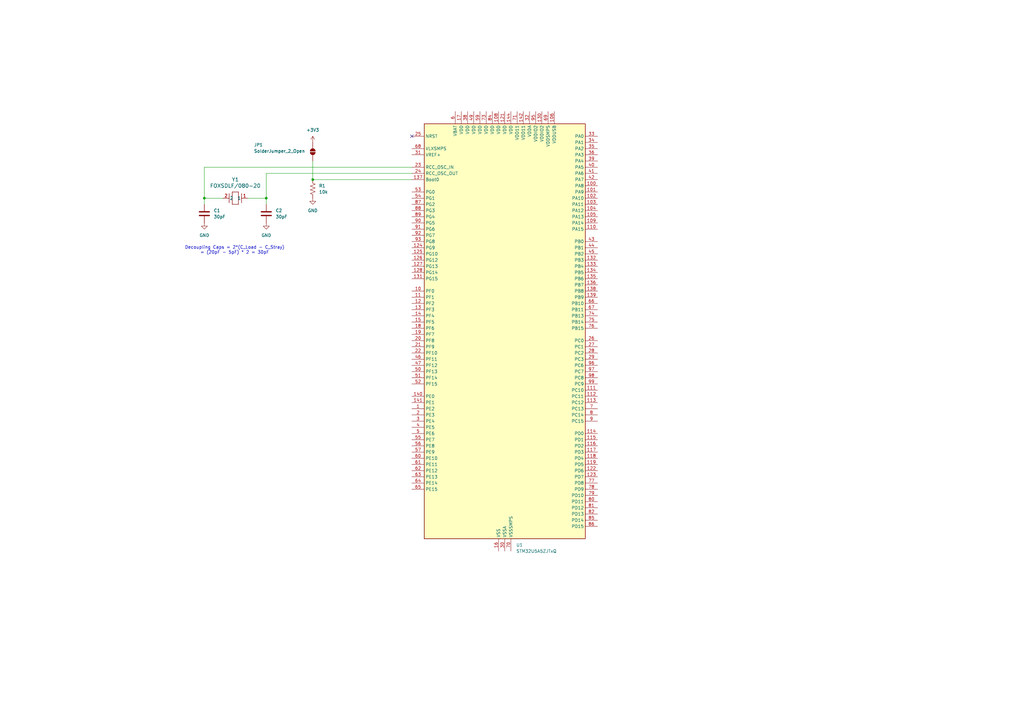
<source format=kicad_sch>
(kicad_sch (version 20250114) (generator "eeschema") (generator_version "9.0")
  (paper "A3")
  (lib_symbols
    (symbol "CrystalOscilator-FC4SDCBMF8.0-T1:FOXSDLF_080-20" (pin_names (offset 0.254))
      (property "Reference" "Y" (at 5.08 4.445 0))
      (property "Value" "FOXSDLF/080-20" (at 5.08 -4.445 0))
      (symbol "FOXSDLF_080-20_1_1"
        (polyline (pts (xy 2.54 -1.905) (xy 2.54 1.905)) (stroke (width 0.2032)))
        (polyline (pts (xy 3.81 2.54) (xy 6.35 2.54)) (stroke (width 0.2032)))
        (polyline (pts (xy 3.81 -2.54) (xy 3.81 2.54)) (stroke (width 0.2032)))
        (polyline (pts (xy 6.35 2.54) (xy 6.35 -2.54)) (stroke (width 0.2032)))
        (polyline (pts (xy 6.35 -2.54) (xy 3.81 -2.54)) (stroke (width 0.2032)))
        (polyline (pts (xy 7.62 -1.905) (xy 7.62 1.905)) (stroke (width 0.2032)))
        (pin unspecified line (at 0 0 0) (length 2.54) (name "1") (number "1"))
        (pin unspecified line (at 10.16 0 180) (length 2.54) (name "2") (number "2"))
      )
      (symbol "FOXSDLF_080-20_1_2"
        (polyline (pts (xy -2.54 6.35) (xy 2.54 6.35)) (stroke (width 0.2032)))
        (polyline (pts (xy -2.54 3.81) (xy -2.54 6.35)) (stroke (width 0.2032)))
        (polyline (pts (xy 1.905 7.62) (xy -1.905 7.62)) (stroke (width 0.2032)))
        (polyline (pts (xy 1.905 2.54) (xy -1.905 2.54)) (stroke (width 0.2032)))
        (polyline (pts (xy 2.54 6.35) (xy 2.54 3.81)) (stroke (width 0.2032)))
        (polyline (pts (xy 2.54 3.81) (xy -2.54 3.81)) (stroke (width 0.2032)))
        (pin unspecified line (at 0 10.16 270) (length 2.54) (name "2") (number "2"))
        (pin unspecified line (at 0 0 90) (length 2.54) (name "1") (number "1"))
      )
    )
    (symbol "Device:C" (pin_numbers (hide yes)) (pin_names (offset 0.254))
      (property "Reference" "C" (at 0.635 2.54 0))
      (property "Value" "C" (at 0.635 -2.54 0))
      (symbol "C_0_1"
        (polyline (pts (xy -2.032 0.762) (xy 2.032 0.762)) (stroke (width 0.508)))
        (polyline (pts (xy -2.032 -0.762) (xy 2.032 -0.762)) (stroke (width 0.508)))
      )
      (symbol "C_1_1"
        (pin passive line (at 0 3.81 270) (length 2.794) (name "~") (number "1"))
        (pin passive line (at 0 -3.81 90) (length 2.794) (name "~") (number "2"))
      )
    )
    (symbol "Device:R_US" (pin_numbers (hide yes)) (pin_names (offset 0))
      (property "Reference" "R" (at 2.54 0 90))
      (property "Value" "R_US" (at -2.54 0 90))
      (symbol "R_US_0_1"
        (polyline (pts (xy 0 2.286) (xy 0 2.54)))
        (polyline (pts (xy 0 2.286) (xy 1.016 1.905) (xy 0 1.524) (xy -1.016 1.143) (xy 0 0.762)))
        (polyline (pts (xy 0 0.762) (xy 1.016 0.381) (xy 0 0) (xy -1.016 -0.381) (xy 0 -0.762)))
        (polyline (pts (xy 0 -0.762) (xy 1.016 -1.143) (xy 0 -1.524) (xy -1.016 -1.905) (xy 0 -2.286)))
        (polyline (pts (xy 0 -2.286) (xy 0 -2.54)))
      )
      (symbol "R_US_1_1"
        (pin passive line (at 0 3.81 270) (length 1.27) (name "~") (number "1"))
        (pin passive line (at 0 -3.81 90) (length 1.27) (name "~") (number "2"))
      )
    )
    (symbol "Jumper:SolderJumper_2_Open" (pin_numbers (hide yes)) (pin_names (offset 0) (hide yes)) (exclude_from_sim yes) (in_bom no)
      (property "Reference" "JP" (at 0 2.032 0))
      (property "Value" "SolderJumper_2_Open" (at 0 -2.54 0))
      (symbol "SolderJumper_2_Open_0_1"
        (polyline (pts (xy -0.254 1.016) (xy -0.254 -1.016)))
        (arc (start -0.254 -1.016) (mid -1.2656 0) (end -0.254 1.016))
        (arc (start -0.254 -1.016) (mid -1.2656 0) (end -0.254 1.016) (fill (type outline)))
        (arc (start 0.254 1.016) (mid 1.2656 0) (end 0.254 -1.016))
        (arc (start 0.254 1.016) (mid 1.2656 0) (end 0.254 -1.016) (fill (type outline)))
        (polyline (pts (xy 0.254 1.016) (xy 0.254 -1.016)))
      )
      (symbol "SolderJumper_2_Open_1_1"
        (pin passive line (at -3.81 0 0) (length 2.54) (name "A") (number "1"))
        (pin passive line (at 3.81 0 180) (length 2.54) (name "B") (number "2"))
      )
    )
    (symbol "MCU_ST_STM32U5:STM32U5A5ZJTxQ"
      (property "Reference" "U1" (at 4.6833 -86.36 0))
      (property "Value" "STM32U5A5ZJTxQ" (at 4.6833 -88.9 0))
      (symbol "STM32U5A5ZJTxQ_0_1"
        (rectangle (start -33.02 -83.82) (end 33.02 86.36) (stroke (width 0.254)) (fill (type background)))
      )
      (symbol "STM32U5A5ZJTxQ_1_1"
        (pin input line (at -38.1 81.28 0) (length 5.08) (name "NRST") (number "25"))
        (pin power_in line (at -38.1 76.2 0) (length 5.08) (name "VLXSMPS") (number "68"))
        (pin input line (at -38.1 73.66 0) (length 5.08) (name "VREF+") (number "31"))
        (pin bidirectional line (at -38.1 68.58 0) (length 5.08) (name "PH0") (number "23") (alternate "RCC_OSC_IN" bidirectional line))
        (pin bidirectional line (at -38.1 66.04 0) (length 5.08) (name "PH1") (number "24") (alternate "RCC_OSC_OUT" bidirectional line))
        (pin bidirectional line (at -38.1 63.5 0) (length 5.08) (name "PH3") (number "137") (alternate "Boot0" input line))
        (pin bidirectional line (at -38.1 58.42 0) (length 5.08) (name "PG0") (number "53"))
        (pin bidirectional line (at -38.1 55.88 0) (length 5.08) (name "PG1") (number "54"))
        (pin bidirectional line (at -38.1 53.34 0) (length 5.08) (name "PG2") (number "87"))
        (pin bidirectional line (at -38.1 50.8 0) (length 5.08) (name "PG3") (number "88"))
        (pin bidirectional line (at -38.1 48.26 0) (length 5.08) (name "PG4") (number "89"))
        (pin bidirectional line (at -38.1 45.72 0) (length 5.08) (name "PG5") (number "90"))
        (pin bidirectional line (at -38.1 43.18 0) (length 5.08) (name "PG6") (number "91"))
        (pin bidirectional line (at -38.1 40.64 0) (length 5.08) (name "PG7") (number "92"))
        (pin bidirectional line (at -38.1 38.1 0) (length 5.08) (name "PG8") (number "93"))
        (pin bidirectional line (at -38.1 35.56 0) (length 5.08) (name "PG9") (number "124"))
        (pin bidirectional line (at -38.1 33.02 0) (length 5.08) (name "PG10") (number "125"))
        (pin bidirectional line (at -38.1 30.48 0) (length 5.08) (name "PG12") (number "126"))
        (pin bidirectional line (at -38.1 27.94 0) (length 5.08) (name "PG13") (number "127"))
        (pin bidirectional line (at -38.1 25.4 0) (length 5.08) (name "PG14") (number "128"))
        (pin bidirectional line (at -38.1 22.86 0) (length 5.08) (name "PG15") (number "131"))
        (pin bidirectional line (at -38.1 17.78 0) (length 5.08) (name "PF0") (number "10"))
        (pin bidirectional line (at -38.1 15.24 0) (length 5.08) (name "PF1") (number "11"))
        (pin bidirectional line (at -38.1 12.7 0) (length 5.08) (name "PF2") (number "12"))
        (pin bidirectional line (at -38.1 10.16 0) (length 5.08) (name "PF3") (number "13"))
        (pin bidirectional line (at -38.1 7.62 0) (length 5.08) (name "PF4") (number "14"))
        (pin bidirectional line (at -38.1 5.08 0) (length 5.08) (name "PF5") (number "15"))
        (pin bidirectional line (at -38.1 2.54 0) (length 5.08) (name "PF6") (number "18"))
        (pin bidirectional line (at -38.1 0 0) (length 5.08) (name "PF7") (number "19"))
        (pin bidirectional line (at -38.1 -2.54 0) (length 5.08) (name "PF8") (number "20"))
        (pin bidirectional line (at -38.1 -5.08 0) (length 5.08) (name "PF9") (number "21"))
        (pin bidirectional line (at -38.1 -7.62 0) (length 5.08) (name "PF10") (number "22"))
        (pin bidirectional line (at -38.1 -10.16 0) (length 5.08) (name "PF11") (number "46"))
        (pin bidirectional line (at -38.1 -12.7 0) (length 5.08) (name "PF12") (number "47"))
        (pin bidirectional line (at -38.1 -15.24 0) (length 5.08) (name "PF13") (number "50"))
        (pin bidirectional line (at -38.1 -17.78 0) (length 5.08) (name "PF14") (number "51"))
        (pin bidirectional line (at -38.1 -20.32 0) (length 5.08) (name "PF15") (number "52"))
        (pin bidirectional line (at -38.1 -25.4 0) (length 5.08) (name "PE0") (number "140"))
        (pin bidirectional line (at -38.1 -27.94 0) (length 5.08) (name "PE1") (number "141"))
        (pin bidirectional line (at -38.1 -30.48 0) (length 5.08) (name "PE2") (number "1"))
        (pin bidirectional line (at -38.1 -33.02 0) (length 5.08) (name "PE3") (number "2"))
        (pin bidirectional line (at -38.1 -35.56 0) (length 5.08) (name "PE4") (number "3"))
        (pin bidirectional line (at -38.1 -38.1 0) (length 5.08) (name "PE5") (number "4"))
        (pin bidirectional line (at -38.1 -40.64 0) (length 5.08) (name "PE6") (number "5"))
        (pin bidirectional line (at -38.1 -43.18 0) (length 5.08) (name "PE7") (number "55"))
        (pin bidirectional line (at -38.1 -45.72 0) (length 5.08) (name "PE8") (number "56"))
        (pin bidirectional line (at -38.1 -48.26 0) (length 5.08) (name "PE9") (number "57"))
        (pin bidirectional line (at -38.1 -50.8 0) (length 5.08) (name "PE10") (number "60"))
        (pin bidirectional line (at -38.1 -53.34 0) (length 5.08) (name "PE11") (number "61"))
        (pin bidirectional line (at -38.1 -55.88 0) (length 5.08) (name "PE12") (number "62"))
        (pin bidirectional line (at -38.1 -58.42 0) (length 5.08) (name "PE13") (number "63"))
        (pin bidirectional line (at -38.1 -60.96 0) (length 5.08) (name "PE14") (number "64"))
        (pin bidirectional line (at -38.1 -63.5 0) (length 5.08) (name "PE15") (number "65"))
        (pin power_in line (at -20.32 91.44 270) (length 5.08) (name "VBAT") (number "6"))
        (pin power_in line (at -17.78 91.44 270) (length 5.08) (name "VDD") (number "17"))
        (pin power_in line (at -15.24 91.44 270) (length 5.08) (name "VDD") (number "38"))
        (pin power_in line (at -12.7 91.44 270) (length 5.08) (name "VDD") (number "49"))
        (pin power_in line (at -10.16 91.44 270) (length 5.08) (name "VDD") (number "59"))
        (pin power_in line (at -7.62 91.44 270) (length 5.08) (name "VDD") (number "73"))
        (pin power_in line (at -5.08 91.44 270) (length 5.08) (name "VDD") (number "84"))
        (pin power_in line (at -2.54 91.44 270) (length 5.08) (name "VDD") (number "108"))
        (pin passive line (at -2.54 -88.9 90) (length 5.08) (hide yes) (name "VSS") (number "107"))
        (pin passive line (at -2.54 -88.9 90) (length 5.08) (hide yes) (name "VSS") (number "120"))
        (pin passive line (at -2.54 -88.9 90) (length 5.08) (hide yes) (name "VSS") (number "129"))
        (pin passive line (at -2.54 -88.9 90) (length 5.08) (hide yes) (name "VSS") (number "143"))
        (pin power_in line (at -2.54 -88.9 90) (length 5.08) (name "VSS") (number "16"))
        (pin passive line (at -2.54 -88.9 90) (length 5.08) (hide yes) (name "VSS") (number "37"))
        (pin passive line (at -2.54 -88.9 90) (length 5.08) (hide yes) (name "VSS") (number "48"))
        (pin passive line (at -2.54 -88.9 90) (length 5.08) (hide yes) (name "VSS") (number "58"))
        (pin passive line (at -2.54 -88.9 90) (length 5.08) (hide yes) (name "VSS") (number "72"))
        (pin passive line (at -2.54 -88.9 90) (length 5.08) (hide yes) (name "VSS") (number "83"))
        (pin passive line (at -2.54 -88.9 90) (length 5.08) (hide yes) (name "VSS") (number "94"))
        (pin power_in line (at 0 91.44 270) (length 5.08) (name "VDD") (number "121"))
        (pin power_in line (at 0 -88.9 90) (length 5.08) (name "VSSA") (number "30"))
        (pin power_in line (at 2.54 91.44 270) (length 5.08) (name "VDD") (number "144"))
        (pin power_in line (at 2.54 -88.9 90) (length 5.08) (name "VSSSMPS") (number "70"))
        (pin power_in line (at 5.08 91.44 270) (length 5.08) (name "VDD11") (number "71"))
        (pin power_in line (at 7.62 91.44 270) (length 5.08) (name "VDD11") (number "142"))
        (pin power_in line (at 10.16 91.44 270) (length 5.08) (name "VDDA") (number "32"))
        (pin power_in line (at 12.7 91.44 270) (length 5.08) (name "VDDIO2") (number "95"))
        (pin power_in line (at 15.24 91.44 270) (length 5.08) (name "VDDIO2") (number "130"))
        (pin power_in line (at 17.78 91.44 270) (length 5.08) (name "VDDSMPS") (number "69"))
        (pin power_in line (at 20.32 91.44 270) (length 5.08) (name "VDDUSB") (number "106"))
        (pin bidirectional line (at 38.1 81.28 180) (length 5.08) (name "PA0") (number "33"))
        (pin bidirectional line (at 38.1 78.74 180) (length 5.08) (name "PA1") (number "34"))
        (pin bidirectional line (at 38.1 76.2 180) (length 5.08) (name "PA2") (number "35"))
        (pin bidirectional line (at 38.1 73.66 180) (length 5.08) (name "PA3") (number "36"))
        (pin bidirectional line (at 38.1 71.12 180) (length 5.08) (name "PA4") (number "39"))
        (pin bidirectional line (at 38.1 68.58 180) (length 5.08) (name "PA5") (number "40"))
        (pin bidirectional line (at 38.1 66.04 180) (length 5.08) (name "PA6") (number "41"))
        (pin bidirectional line (at 38.1 63.5 180) (length 5.08) (name "PA7") (number "42"))
        (pin bidirectional line (at 38.1 60.96 180) (length 5.08) (name "PA8") (number "100"))
        (pin bidirectional line (at 38.1 58.42 180) (length 5.08) (name "PA9") (number "101"))
        (pin bidirectional line (at 38.1 55.88 180) (length 5.08) (name "PA10") (number "102"))
        (pin bidirectional line (at 38.1 53.34 180) (length 5.08) (name "PA11") (number "103"))
        (pin bidirectional line (at 38.1 50.8 180) (length 5.08) (name "PA12") (number "104"))
        (pin bidirectional line (at 38.1 48.26 180) (length 5.08) (name "PA13") (number "105"))
        (pin bidirectional line (at 38.1 45.72 180) (length 5.08) (name "PA14") (number "109"))
        (pin bidirectional line (at 38.1 43.18 180) (length 5.08) (name "PA15") (number "110"))
        (pin bidirectional line (at 38.1 38.1 180) (length 5.08) (name "PB0") (number "43"))
        (pin bidirectional line (at 38.1 35.56 180) (length 5.08) (name "PB1") (number "44"))
        (pin bidirectional line (at 38.1 33.02 180) (length 5.08) (name "PB2") (number "45"))
        (pin bidirectional line (at 38.1 30.48 180) (length 5.08) (name "PB3") (number "132"))
        (pin bidirectional line (at 38.1 27.94 180) (length 5.08) (name "PB4") (number "133"))
        (pin bidirectional line (at 38.1 25.4 180) (length 5.08) (name "PB5") (number "134"))
        (pin bidirectional line (at 38.1 22.86 180) (length 5.08) (name "PB6") (number "135"))
        (pin bidirectional line (at 38.1 20.32 180) (length 5.08) (name "PB7") (number "136"))
        (pin bidirectional line (at 38.1 17.78 180) (length 5.08) (name "PB8") (number "138"))
        (pin bidirectional line (at 38.1 15.24 180) (length 5.08) (name "PB9") (number "139"))
        (pin bidirectional line (at 38.1 12.7 180) (length 5.08) (name "PB10") (number "66"))
        (pin bidirectional line (at 38.1 10.16 180) (length 5.08) (name "PB11") (number "67"))
        (pin bidirectional line (at 38.1 7.62 180) (length 5.08) (name "PB13") (number "74"))
        (pin bidirectional line (at 38.1 5.08 180) (length 5.08) (name "PB14") (number "75"))
        (pin bidirectional line (at 38.1 2.54 180) (length 5.08) (name "PB15") (number "76"))
        (pin bidirectional line (at 38.1 -2.54 180) (length 5.08) (name "PC0") (number "26"))
        (pin bidirectional line (at 38.1 -5.08 180) (length 5.08) (name "PC1") (number "27"))
        (pin bidirectional line (at 38.1 -7.62 180) (length 5.08) (name "PC2") (number "28"))
        (pin bidirectional line (at 38.1 -10.16 180) (length 5.08) (name "PC3") (number "29"))
        (pin bidirectional line (at 38.1 -12.7 180) (length 5.08) (name "PC6") (number "96"))
        (pin bidirectional line (at 38.1 -15.24 180) (length 5.08) (name "PC7") (number "97"))
        (pin bidirectional line (at 38.1 -17.78 180) (length 5.08) (name "PC8") (number "98"))
        (pin bidirectional line (at 38.1 -20.32 180) (length 5.08) (name "PC9") (number "99"))
        (pin bidirectional line (at 38.1 -22.86 180) (length 5.08) (name "PC10") (number "111"))
        (pin bidirectional line (at 38.1 -25.4 180) (length 5.08) (name "PC11") (number "112"))
        (pin bidirectional line (at 38.1 -27.94 180) (length 5.08) (name "PC12") (number "113"))
        (pin bidirectional line (at 38.1 -30.48 180) (length 5.08) (name "PC13") (number "7"))
        (pin bidirectional line (at 38.1 -33.02 180) (length 5.08) (name "PC14") (number "8"))
        (pin bidirectional line (at 38.1 -35.56 180) (length 5.08) (name "PC15") (number "9"))
        (pin bidirectional line (at 38.1 -40.64 180) (length 5.08) (name "PD0") (number "114"))
        (pin bidirectional line (at 38.1 -43.18 180) (length 5.08) (name "PD1") (number "115"))
        (pin bidirectional line (at 38.1 -45.72 180) (length 5.08) (name "PD2") (number "116"))
        (pin bidirectional line (at 38.1 -48.26 180) (length 5.08) (name "PD3") (number "117"))
        (pin bidirectional line (at 38.1 -50.8 180) (length 5.08) (name "PD4") (number "118"))
        (pin bidirectional line (at 38.1 -53.34 180) (length 5.08) (name "PD5") (number "119"))
        (pin bidirectional line (at 38.1 -55.88 180) (length 5.08) (name "PD6") (number "122"))
        (pin bidirectional line (at 38.1 -58.42 180) (length 5.08) (name "PD7") (number "123"))
        (pin bidirectional line (at 38.1 -60.96 180) (length 5.08) (name "PD8") (number "77"))
        (pin bidirectional line (at 38.1 -63.5 180) (length 5.08) (name "PD9") (number "78"))
        (pin bidirectional line (at 38.1 -66.04 180) (length 5.08) (name "PD10") (number "79"))
        (pin bidirectional line (at 38.1 -68.58 180) (length 5.08) (name "PD11") (number "80"))
        (pin bidirectional line (at 38.1 -71.12 180) (length 5.08) (name "PD12") (number "81"))
        (pin bidirectional line (at 38.1 -73.66 180) (length 5.08) (name "PD13") (number "82"))
        (pin bidirectional line (at 38.1 -76.2 180) (length 5.08) (name "PD14") (number "85"))
        (pin bidirectional line (at 38.1 -78.74 180) (length 5.08) (name "PD15") (number "86"))
      )
    )
    (symbol "power:+3V3" (power) (pin_numbers (hide yes)) (pin_names (offset 0) (hide yes))
      (property "Value" "+3V3" (at 0 3.556 0))
      (symbol "+3V3_0_1"
        (polyline (pts (xy -0.762 1.27) (xy 0 2.54)))
        (polyline (pts (xy 0 2.54) (xy 0.762 1.27)))
        (polyline (pts (xy 0 0) (xy 0 2.54)))
      )
      (symbol "+3V3_1_1"
        (pin power_in line (at 0 0 90) (length 0) (name "~") (number "1"))
      )
    )
    (symbol "power:GND" (power) (pin_numbers (hide yes)) (pin_names (offset 0) (hide yes))
      (property "Value" "GND" (at 0 -3.81 0))
      (symbol "GND_0_1"
        (polyline (pts (xy 0 0) (xy 0 -1.27) (xy 1.27 -1.27) (xy 0 -2.54) (xy -1.27 -1.27) (xy 0 -1.27)))
      )
      (symbol "GND_1_1"
        (pin power_in line (at 0 0 270) (length 0) (name "~") (number "1"))
      )
    )
  )
  (text "Decoupling Caps = 2*(C_Load - C_Stray)\n= (20pF - 5pF) * 2 = 30pF" (at 96.266 102.616 0) (effects (font (size 1.27 1.27))))
  (junction (at 109.22 81.28))
  (junction (at 83.82 81.28))
  (junction (at 128.27 73.66))
  (no_connect (at 168.91 55.88))
  (wire (pts (xy 128.27 73.66) (xy 168.91 73.66)))
  (wire (pts (xy 83.82 68.58) (xy 83.82 81.28)))
  (wire (pts (xy 83.82 68.58) (xy 168.91 68.58)))
  (wire (pts (xy 83.82 83.82) (xy 83.82 81.28)))
  (wire (pts (xy 109.22 83.82) (xy 109.22 81.28)))
  (wire (pts (xy 83.82 81.28) (xy 91.44 81.28)))
  (wire (pts (xy 128.27 66.04) (xy 128.27 73.66)))
  (wire (pts (xy 109.22 71.12) (xy 109.22 81.28)))
  (wire (pts (xy 109.22 71.12) (xy 168.91 71.12)))
  (wire (pts (xy 101.6 81.28) (xy 109.22 81.28)))
  (symbol (lib_id "power:+3V3") (at 128.27 58.42 0) (unit 1)
    (property "Reference" "#PWR04" (effects (hide yes)))
    (property "Value" "+3V3" (at 128.27 53.34 0))
    (property "Description" "Power symbol creates a global label with name \"+3V3\"" (effects (hide yes)))
  )
  (symbol (lib_id "Device:R_US") (at 128.27 77.47 0) (unit 1)
    (property "Reference" "R1" (at 130.81 76.1999 0) (effects (justify left)))
    (property "Value" "10k" (at 130.81 78.7399 0) (effects (justify left)))
    (property "Description" "Resistor, US symbol" (effects (hide yes)))
  )
  (symbol (lib_id "power:GND") (at 109.22 91.44 0) (unit 1)
    (property "Reference" "#PWR02" (effects (hide yes)))
    (property "Value" "GND" (at 109.22 96.52 0))
    (property "Description" "Power symbol creates a global label with name \"GND\" , ground" (effects (hide yes)))
  )
  (symbol (lib_id "Device:C") (at 109.22 87.63 0) (unit 1)
    (property "Reference" "C2" (at 113.03 86.3599 0) (effects (justify left)))
    (property "Value" "30pF" (at 113.03 88.8999 0) (effects (justify left)))
    (property "Description" "Unpolarized capacitor" (effects (hide yes)))
  )
  (symbol (lib_id "MCU_ST_STM32U5:STM32U5A5ZJTxQ") (at 207.01 137.16 0) (unit 1)
    (property "Reference" "U1" (at 211.6933 223.52 0) (effects (justify left)))
    (property "Value" "STM32U5A5ZJTxQ" (at 211.6933 226.06 0) (effects (justify left)))
    (property "Footprint" "Package_QFP:LQFP-144_20x20mm_P0.5mm" (effects (hide yes)))
    (property "Datasheet" "https://www.st.com/resource/en/datasheet/stm32u5a5zj.pdf" (effects (hide yes)))
    (property "Description" "STMicroelectronics Arm Cortex-M33 MCU, 4096KB flash, 2514KB RAM, 160 MHz, 1.71-3.6V, 111 GPIO, LQFP144" (effects (hide yes)))
    (pin "23" (alternate "RCC_OSC_IN"))
    (pin "137" (alternate "Boot0"))
    (pin "24" (alternate "RCC_OSC_OUT"))
  )
  (symbol (lib_id "CrystalOscilator-FC4SDCBMF8.0-T1:FOXSDLF_080-20") (at 101.6 81.28 180) (unit 1)
    (property "Reference" "Y1" (at 96.52 73.66 0) (effects (font (size 1.524 1.524))))
    (property "Value" "FOXSDLF/080-20" (at 96.52 76.2 0) (effects (font (size 1.524 1.524))))
    (property "Footprint" "CRYSTAL_HC49SDLF_FXT" (effects (hide yes)))
    (property "Datasheet" "https://abracon.com/datasheets/Fox/FC4SD.pdf?utm_source=foxonline.com&utm_medium=301" (effects (hide yes)))
  )
  (symbol (lib_id "Device:C") (at 83.82 87.63 0) (unit 1)
    (property "Reference" "C1" (at 87.63 86.3599 0) (effects (justify left)))
    (property "Value" "30pF" (at 87.63 88.8999 0) (effects (justify left)))
    (property "Description" "Unpolarized capacitor" (effects (hide yes)))
  )
  (symbol (lib_id "power:GND") (at 128.27 81.28 0) (unit 1)
    (property "Reference" "#PWR03" (effects (hide yes)))
    (property "Value" "GND" (at 128.27 86.36 0))
    (property "Description" "Power symbol creates a global label with name \"GND\" , ground" (effects (hide yes)))
  )
  (symbol (lib_id "power:GND") (at 83.82 91.44 0) (unit 1)
    (property "Reference" "#PWR01" (effects (hide yes)))
    (property "Value" "GND" (at 83.82 96.52 0))
    (property "Description" "Power symbol creates a global label with name \"GND\" , ground" (effects (hide yes)))
  )
  (symbol (lib_id "Jumper:SolderJumper_2_Open") (at 128.27 62.23 90) (unit 1) (exclude_from_sim yes) (in_bom no)
    (property "Reference" "JP1" (at 104.14 59.436 90) (effects (justify right)))
    (property "Value" "SolderJumper_2_Open" (at 104.14 61.976 90) (effects (justify right)))
    (property "Description" "Solder Jumper, 2-pole, open" (effects (hide yes)))
  )
)
</source>
